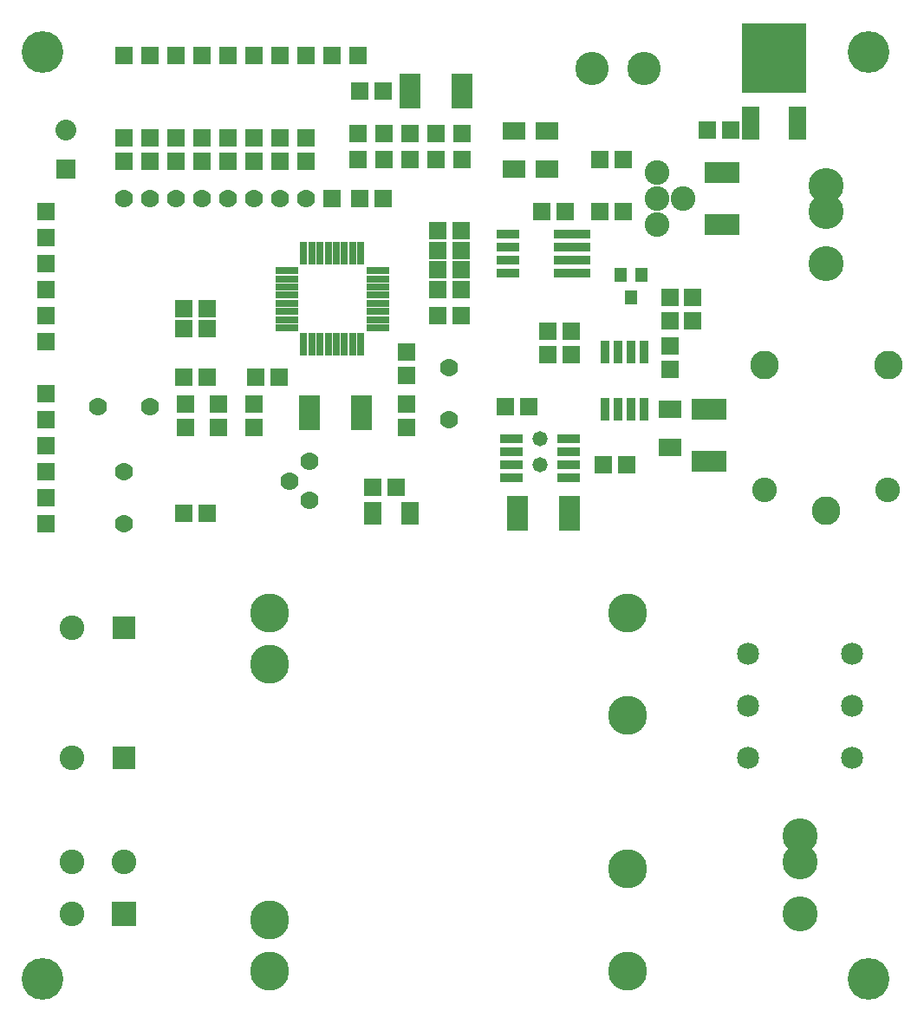
<source format=gbr>
%FSLAX23Y23*%
%MOIN*%
G04 EasyPC Gerber Version 14.0.2 Build 2922 *
%ADD134R,0.02600X0.09000*%
%ADD101R,0.03500X0.09000*%
%ADD138R,0.05000X0.05800*%
%ADD74R,0.06500X0.07000*%
%ADD137R,0.06500X0.09000*%
%ADD140R,0.06906X0.12811*%
%ADD103R,0.08000X0.13600*%
%ADD141R,0.24622X0.26591*%
%ADD21R,0.07000X0.07000*%
%ADD110R,0.07000X0.07000*%
%ADD93R,0.07500X0.07500*%
%ADD133R,0.09000X0.09000*%
%ADD132R,0.09500X0.09500*%
%ADD127C,0.05800*%
%ADD131C,0.06984*%
%ADD22C,0.07000*%
%ADD142C,0.08000*%
%ADD139C,0.08500*%
%ADD128C,0.09500*%
%ADD136C,0.11000*%
%ADD135R,0.09000X0.02600*%
%ADD73R,0.09000X0.03500*%
%ADD143C,0.12811*%
%ADD129C,0.13500*%
%ADD75R,0.07000X0.06500*%
%ADD76C,0.15000*%
%ADD83C,0.16000*%
%ADD130R,0.09000X0.06500*%
%ADD102R,0.13600X0.08000*%
X0Y0D02*
D02*
D21*
X766Y1940D03*
Y2040D03*
Y2140D03*
Y2240D03*
Y2340D03*
Y2440D03*
Y2640D03*
Y2740D03*
Y2840D03*
Y2940D03*
Y3040D03*
Y3140D03*
X1866Y3190D03*
X1966Y3340D03*
Y3440D03*
X2067Y3340D03*
Y3440D03*
X2167Y3340D03*
Y3440D03*
X2267Y3340D03*
Y3440D03*
X2367Y3340D03*
Y3440D03*
D02*
D22*
X967Y2390D03*
X1067Y3190D03*
X1167Y2390D03*
Y3190D03*
X1267D03*
X1367D03*
X1466D03*
X1566D03*
X1666D03*
X1704Y2103D03*
X1766Y3190D03*
X1779Y2028D03*
Y2178D03*
D02*
D73*
X2544Y2903D03*
Y2953D03*
Y3003D03*
Y3053D03*
X2557Y2115D03*
Y2165D03*
Y2215D03*
Y2265D03*
X2764Y2903D03*
Y2953D03*
Y3003D03*
Y3053D03*
X2777Y2115D03*
Y2165D03*
Y2215D03*
Y2265D03*
X2817Y2903D03*
Y2953D03*
Y3003D03*
Y3053D03*
D02*
D74*
X1067Y3333D03*
Y3423D03*
X1167Y3333D03*
Y3423D03*
X1267Y3333D03*
Y3423D03*
X1304Y2308D03*
Y2398D03*
X1367Y3333D03*
Y3423D03*
X1429Y2308D03*
Y2398D03*
X1466Y3333D03*
Y3423D03*
X1566Y2308D03*
Y2398D03*
Y3333D03*
Y3423D03*
X1666Y3333D03*
Y3423D03*
X1766Y3333D03*
Y3423D03*
X2154Y2308D03*
Y2398D03*
Y2508D03*
Y2598D03*
X3167Y2533D03*
Y2623D03*
Y2720D03*
Y2810D03*
X3254Y2720D03*
Y2810D03*
D02*
D75*
X1297Y1978D03*
Y2503D03*
Y2690D03*
Y2765D03*
X1387Y1978D03*
Y2503D03*
Y2690D03*
Y2765D03*
X1572Y2503D03*
X1661D03*
X1972Y3190D03*
Y3603D03*
X2022Y2078D03*
X2062Y3190D03*
Y3603D03*
X2112Y2078D03*
X2272Y2740D03*
Y2840D03*
Y2915D03*
Y2990D03*
Y3065D03*
X2362Y2740D03*
Y2840D03*
Y2915D03*
Y2990D03*
Y3065D03*
X2534Y2390D03*
X2624D03*
X2672Y3140D03*
X2697Y2590D03*
Y2678D03*
X2762Y3140D03*
X2787Y2590D03*
Y2678D03*
X2897Y3140D03*
Y3340D03*
X2909Y2165D03*
X2987Y3140D03*
Y3340D03*
X2999Y2165D03*
X3309Y3453D03*
X3399D03*
D02*
D76*
X1626Y218D03*
Y415D03*
Y1399D03*
Y1596D03*
X3004Y218D03*
Y612D03*
Y1202D03*
Y1596D03*
D02*
D83*
X754Y190D03*
Y3753D03*
X3929Y190D03*
Y3753D03*
D02*
D93*
X842Y3303D03*
D02*
D101*
X2917Y2380D03*
Y2600D03*
X2967Y2380D03*
Y2600D03*
X3017Y2380D03*
Y2600D03*
X3067Y2380D03*
Y2600D03*
D02*
D102*
X3317Y2178D03*
Y2378D03*
X3367Y3090D03*
Y3290D03*
D02*
D103*
X1779Y2365D03*
X1979D03*
X2167Y3603D03*
X2367D03*
X2579Y1978D03*
X2779D03*
D02*
D110*
X1067Y3740D03*
X1167D03*
X1267D03*
X1367D03*
X1466D03*
X1566D03*
X1666D03*
X1766D03*
X1866D03*
X1966D03*
D02*
D127*
X2667Y2165D03*
Y2265D03*
D02*
D128*
X867Y440D03*
Y640D03*
Y1040D03*
Y1540D03*
X1067Y640D03*
X3117Y3090D03*
Y3190D03*
Y3290D03*
X3217Y3190D03*
X3530Y2069D03*
X4003Y2069D03*
D02*
D129*
X3667Y440D03*
Y640D03*
Y740D03*
X3767Y2940D03*
Y3140D03*
Y3240D03*
D02*
D130*
X2567Y3303D03*
Y3449D03*
X2692Y3303D03*
Y3449D03*
X3167Y2232D03*
Y2378D03*
D02*
D131*
X1067Y1940D03*
Y2140D03*
X2317Y2340D03*
Y2540D03*
D02*
D132*
X1067Y440D03*
D02*
D133*
Y1040D03*
Y1540D03*
D02*
D134*
X1756Y2628D03*
Y2978D03*
X1788Y2628D03*
Y2978D03*
X1819Y2628D03*
Y2978D03*
X1851Y2628D03*
Y2978D03*
X1882Y2628D03*
Y2978D03*
X1914Y2628D03*
Y2978D03*
X1945Y2628D03*
Y2978D03*
X1977Y2628D03*
Y2978D03*
D02*
D135*
X1691Y2692D03*
Y2724D03*
Y2755D03*
Y2787D03*
Y2818D03*
Y2850D03*
Y2881D03*
Y2913D03*
X2041Y2692D03*
Y2724D03*
Y2755D03*
Y2787D03*
Y2818D03*
Y2850D03*
Y2881D03*
Y2913D03*
D02*
D136*
X3528Y2551D03*
X3767Y1990D03*
X4005Y2550D03*
D02*
D137*
X2021Y1978D03*
X2167D03*
D02*
D138*
X2977Y2896D03*
X3017Y2809D03*
X3057Y2896D03*
D02*
D139*
X3467Y1040D03*
Y1240D03*
Y1440D03*
X3867Y1040D03*
Y1240D03*
Y1440D03*
D02*
D140*
X3477Y3478D03*
X3657D03*
D02*
D141*
X3567Y3728D03*
D02*
D142*
X842Y3453D03*
D02*
D143*
X2867Y3690D03*
X3067D03*
X0Y0D02*
M02*

</source>
